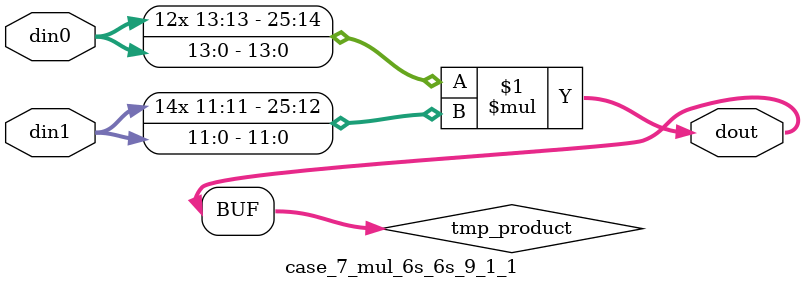
<source format=v>

`timescale 1 ns / 1 ps

 module case_7_mul_6s_6s_9_1_1(din0, din1, dout);
parameter ID = 1;
parameter NUM_STAGE = 0;
parameter din0_WIDTH = 14;
parameter din1_WIDTH = 12;
parameter dout_WIDTH = 26;

input [din0_WIDTH - 1 : 0] din0; 
input [din1_WIDTH - 1 : 0] din1; 
output [dout_WIDTH - 1 : 0] dout;

wire signed [dout_WIDTH - 1 : 0] tmp_product;



























assign tmp_product = $signed(din0) * $signed(din1);








assign dout = tmp_product;





















endmodule

</source>
